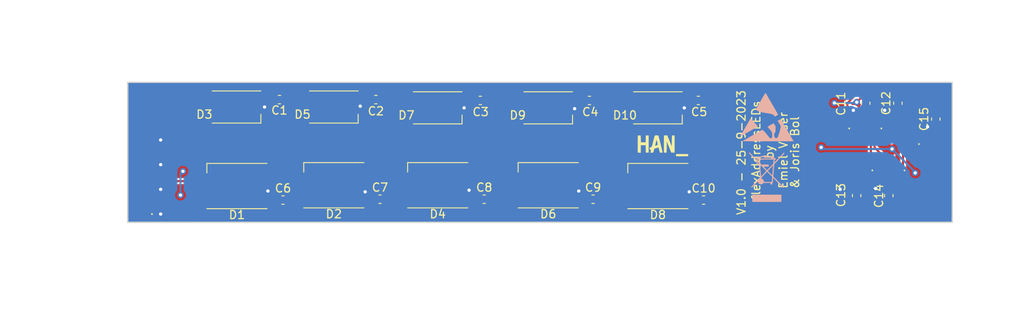
<source format=kicad_pcb>
(kicad_pcb (version 20221018) (generator pcbnew)
  (layers (0 "F.Cu" signal) (31 "B.Cu" signal) (34 "B.Paste" user) (35 "F.Paste" user) (36 "B.SilkS" user "B.Silkscreen") (37 "F.SilkS" user "F.Silkscreen") (38 "B.Mask" user) (39 "F.Mask" user) (44 "Edge.Cuts" user))
  (net 0 "")
  (net 1 "+5V")
  (net 2 "GNDD")
  (net 3 "Net-(D1-DOUT)")
  (net 4 "/OUT_LED1")
  (net 5 "Net-(D2-DOUT)")
  (net 6 "Net-(D3-DOUT)")
  (net 7 "/OUT_LED3")
  (net 8 "Net-(D4-DOUT)")
  (net 9 "Net-(D5-DOUT)")
  (net 10 "Net-(D6-DOUT)")
  (net 11 "Net-(D7-DOUT)")
  (net 13 "Net-(D10-DIN)")
  (net 15 "Net-(IC1-DOUT)")
  (net 16 "/OUT_LED2")
  (net 17 "Net-(IC2-DOUT)")
  (net 18 "Net-(IC3-DOUT)")
  (net 19 "Net-(IC4-DOUT)")
  (net 21 "/OUT_LED4")
  (net 22 "+3.3V")
  (footprint "Capacitor_SMD:C_0603_1608Metric_Pad1.08x0.95mm_HandSolder" (layer "F.Cu") (at 98 103.2)
    (fp_text reference "C4" (at 0.1 1.4) (layer "F.SilkS"))
    (fp_text value "1uf")
    (pad "1" smd roundrect (at -0.8625 0) (size 1.075 0.95) (layers "F.Cu" "F.Paste" "F.Mask") (net 1 "+5V"))
    (pad "2" smd roundrect (at 0.8625 0) (size 1.075 0.95) (layers "F.Cu" "F.Paste" "F.Mask") (net 2 "GNDD"))
  )
  (footprint "LED_SMD:LED_SK6812MINI_PLCC4_3.5x3.5mm_P1.75mm" (layer "F.Cu") (at 93 104.1)
    (fp_text reference "D9" (at -3.7 0.9) (layer "F.SilkS"))
    (fp_text value "SK6812MINI")
    (pad "1" smd rect (at -1.75 -0.875) (size 1.6 0.85) (layers "F.Cu" "F.Paste" "F.Mask") (net 13 "Net-(D10-DIN)"))
    (pad "2" smd rect (at -1.75 0.875) (size 1.6 0.85) (layers "F.Cu" "F.Paste" "F.Mask") (net 2 "GNDD"))
    (pad "3" smd rect (at 1.75 0.875) (size 1.6 0.85) (layers "F.Cu" "F.Paste" "F.Mask") (net 11 "Net-(D7-DOUT)"))
    (pad "4" smd rect (at 1.75 -0.875) (size 1.6 0.85) (layers "F.Cu" "F.Paste" "F.Mask") (net 1 "+5V"))
  )
  (footprint "LED_SMD:LED_WS2812B_PLCC4_5.0x5.0mm_P3.2mm" (layer "F.Cu") (at 67 113.5 180)
    (fp_text reference "D2" (at 0 -3.5) (layer "F.SilkS"))
    (fp_text value "WS2812B")
    (pad "1" smd rect (at -2.45 -1.65 180) (size 1.5 0.9) (layers "F.Cu" "F.Paste" "F.Mask") (net 1 "+5V"))
    (pad "2" smd rect (at -2.45 1.65 180) (size 1.5 0.9) (layers "F.Cu" "F.Paste" "F.Mask") (net 5 "Net-(D2-DOUT)"))
    (pad "3" smd rect (at 2.45 1.65 180) (size 1.5 0.9) (layers "F.Cu" "F.Paste" "F.Mask") (net 2 "GNDD"))
    (pad "4" smd rect (at 2.45 -1.65 180) (size 1.5 0.9) (layers "F.Cu" "F.Paste" "F.Mask") (net 3 "Net-(D1-DOUT)"))
  )
  (footprint "Capacitor_SMD:C_0603_1608Metric_Pad1.08x0.95mm_HandSolder" (layer "F.Cu") (at 131.5 103.5375 90)
    (fp_text reference "C11" (at -0.0625 -3 90) (layer "F.SilkS"))
    (fp_text value "1uf")
    (pad "1" smd roundrect (at -0.8625 0 90) (size 1.075 0.95) (layers "F.Cu" "F.Paste" "F.Mask") (net 1 "+5V"))
    (pad "2" smd roundrect (at 0.8625 0 90) (size 1.075 0.95) (layers "F.Cu" "F.Paste" "F.Mask") (net 2 "GNDD"))
  )
  (footprint "Capacitor_SMD:C_0603_1608Metric_Pad1.08x0.95mm_HandSolder" (layer "F.Cu") (at 134.3 114.7625 -90)
    (fp_text reference "C14" (at 0.0375 1.2 90) (layer "F.SilkS"))
    (fp_text value "1uf")
    (pad "1" smd roundrect (at -0.8625 0 270) (size 1.075 0.95) (layers "F.Cu" "F.Paste" "F.Mask") (net 1 "+5V"))
    (pad "2" smd roundrect (at 0.8625 0 270) (size 1.075 0.95) (layers "F.Cu" "F.Paste" "F.Mask") (net 2 "GNDD"))
  )
  (footprint "Capacitor_SMD:C_0603_1608Metric_Pad1.08x0.95mm_HandSolder" (layer "F.Cu") (at 135.4 103.5375 90)
    (fp_text reference "C12" (at 0 -1.43 90) (layer "F.SilkS"))
    (fp_text value "1uf")
    (pad "1" smd roundrect (at -0.8625 0 90) (size 1.075 0.95) (layers "F.Cu" "F.Paste" "F.Mask") (net 1 "+5V"))
    (pad "2" smd roundrect (at 0.8625 0 90) (size 1.075 0.95) (layers "F.Cu" "F.Paste" "F.Mask") (net 2 "GNDD"))
  )
  (footprint "LED_SMD:LED_SK6812MINI_PLCC4_3.5x3.5mm_P1.75mm" (layer "F.Cu") (at 67 104)
    (fp_text reference "D5" (at -3.8 0.9) (layer "F.SilkS"))
    (fp_text value "SK6812MINI")
    (pad "1" smd rect (at -1.75 -0.875) (size 1.6 0.85) (layers "F.Cu" "F.Paste" "F.Mask") (net 9 "Net-(D5-DOUT)"))
    (pad "2" smd rect (at -1.75 0.875) (size 1.6 0.85) (layers "F.Cu" "F.Paste" "F.Mask") (net 2 "GNDD"))
    (pad "3" smd rect (at 1.75 0.875) (size 1.6 0.85) (layers "F.Cu" "F.Paste" "F.Mask") (net 6 "Net-(D3-DOUT)"))
    (pad "4" smd rect (at 1.75 -0.875) (size 1.6 0.85) (layers "F.Cu" "F.Paste" "F.Mask") (net 1 "+5V"))
  )
  (footprint "Capacitor_SMD:C_0603_1608Metric_Pad1.08x0.95mm_HandSolder" (layer "F.Cu") (at 140 105.4625 90)
    (fp_text reference "C15" (at 0 -1.43 90) (layer "F.SilkS"))
    (fp_text value "1uf")
    (pad "1" smd roundrect (at -0.8625 0 90) (size 1.075 0.95) (layers "F.Cu" "F.Paste" "F.Mask") (net 1 "+5V"))
    (pad "2" smd roundrect (at 0.8625 0 90) (size 1.075 0.95) (layers "F.Cu" "F.Paste" "F.Mask") (net 2 "GNDD"))
  )
  (footprint "Capacitor_SMD:C_0603_1608Metric_Pad1.08x0.95mm_HandSolder" (layer "F.Cu") (at 60.8375 115.3)
    (fp_text reference "C6" (at 0 -1.43) (layer "F.SilkS"))
    (fp_text value "1uf")
    (pad "1" smd roundrect (at -0.8625 0) (size 1.075 0.95) (layers "F.Cu" "F.Paste" "F.Mask") (net 1 "+5V"))
    (pad "2" smd roundrect (at 0.8625 0) (size 1.075 0.95) (layers "F.Cu" "F.Paste" "F.Mask") (net 2 "GNDD"))
  )
  (footprint "Capacitor_SMD:C_0603_1608Metric_Pad1.08x0.95mm_HandSolder" (layer "F.Cu") (at 111.8375 115.3)
    (fp_text reference "C10" (at 0 -1.43) (layer "F.SilkS"))
    (fp_text value "1uf")
    (pad "1" smd roundrect (at -0.8625 0) (size 1.075 0.95) (layers "F.Cu" "F.Paste" "F.Mask") (net 1 "+5V"))
    (pad "2" smd roundrect (at 0.8625 0) (size 1.075 0.95) (layers "F.Cu" "F.Paste" "F.Mask") (net 2 "GNDD"))
  )
  (footprint "SamacSys_Parts:SMDLX0707RGBTR" (layer "F.Cu") (at 134.8 107.15 90)
    (fp_text reference "IC4" hide)
    (fp_text value "SMD-LX0707RGB-TR" hide)
    (pad "1" smd rect (at 0.55 -0.55 180) (size 0.7 0.7) (layers "F.Cu" "F.Paste" "F.Mask") (net 19 "Net-(IC4-DOUT)"))
    (pad "2" smd rect (at 0.55 0.55 180) (size 0.7 0.7) (layers "F.Cu" "F.Paste" "F.Mask") (net 1 "+5V"))
    (pad "3" smd rect (at -0.55 0.55 180) (size 0.7 0.7) (layers "F.Cu" "F.Paste" "F.Mask") (net 18 "Net-(IC3-DOUT)"))
    (pad "4" smd rect (at -0.55 -0.55 180) (size 0.7 0.7) (layers "F.Cu" "F.Paste" "F.Mask") (net 2 "GNDD"))
  )
  (footprint "SamacSys_Parts:SMDLX0707RGBTR" (layer "F.Cu") (at 130.9 107.15 90)
    (fp_text reference "IC2" hide)
    (fp_text value "SMD-LX0707RGB-TR" hide)
    (pad "1" smd rect (at 0.55 -0.55 180) (size 0.7 0.7) (layers "F.Cu" "F.Paste" "F.Mask") (net 17 "Net-(IC2-DOUT)"))
    (pad "2" smd rect (at 0.55 0.55 180) (size 0.7 0.7) (layers "F.Cu" "F.Paste" "F.Mask") (net 1 "+5V"))
    (pad "3" smd rect (at -0.55 0.55 180) (size 0.7 0.7) (layers "F.Cu" "F.Paste" "F.Mask") (net 15 "Net-(IC1-DOUT)"))
    (pad "4" smd rect (at -0.55 -0.55 180) (size 0.7 0.7) (layers "F.Cu" "F.Paste" "F.Mask") (net 2 "GNDD"))
  )
  (footprint "LED_SMD:LED_WS2812B_PLCC4_5.0x5.0mm_P3.2mm" (layer "F.Cu") (at 79.6 113.5 180)
    (fp_text reference "D4" (at 0 -3.5) (layer "F.SilkS"))
    (fp_text value "WS2812B")
    (pad "1" smd rect (at -2.45 -1.65 180) (size 1.5 0.9) (layers "F.Cu" "F.Paste" "F.Mask") (net 1 "+5V"))
    (pad "2" smd rect (at -2.45 1.65 180) (size 1.5 0.9) (layers "F.Cu" "F.Paste" "F.Mask") (net 8 "Net-(D4-DOUT)"))
    (pad "3" smd rect (at 2.45 1.65 180) (size 1.5 0.9) (layers "F.Cu" "F.Paste" "F.Mask") (net 2 "GNDD"))
    (pad "4" smd rect (at 2.45 -1.65 180) (size 1.5 0.9) (layers "F.Cu" "F.Paste" "F.Mask") (net 5 "Net-(D2-DOUT)"))
  )
  (footprint "Capacitor_SMD:C_0603_1608Metric_Pad1.08x0.95mm_HandSolder" (layer "F.Cu") (at 98.4375 115.2)
    (fp_text reference "C9" (at 0 -1.43) (layer "F.SilkS"))
    (fp_text value "1uf")
    (pad "1" smd roundrect (at -0.8625 0) (size 1.075 0.95) (layers "F.Cu" "F.Paste" "F.Mask") (net 1 "+5V"))
    (pad "2" smd roundrect (at 0.8625 0) (size 1.075 0.95) (layers "F.Cu" "F.Paste" "F.Mask") (net 2 "GNDD"))
  )
  (footprint "Capacitor_SMD:C_0603_1608Metric_Pad1.08x0.95mm_HandSolder" (layer "F.Cu") (at 111.2 103.2)
    (fp_text reference "C5" (at 0.1 1.4) (layer "F.SilkS"))
    (fp_text value "1uf")
    (pad "1" smd roundrect (at -0.8625 0) (size 1.075 0.95) (layers "F.Cu" "F.Paste" "F.Mask") (net 1 "+5V"))
    (pad "2" smd roundrect (at 0.8625 0) (size 1.075 0.95) (layers "F.Cu" "F.Paste" "F.Mask") (net 2 "GNDD"))
  )
  (footprint "LED_SMD:LED_SK6812MINI_PLCC4_3.5x3.5mm_P1.75mm" (layer "F.Cu") (at 55.2 104)
    (fp_text reference "D3" (at -3.9 0.9) (layer "F.SilkS"))
    (fp_text value "SK6812MINI")
    (pad "1" smd rect (at -1.75 -0.875) (size 1.6 0.85) (layers "F.Cu" "F.Paste" "F.Mask") (net 6 "Net-(D3-DOUT)"))
    (pad "2" smd rect (at -1.75 0.875) (size 1.6 0.85) (layers "F.Cu" "F.Paste" "F.Mask") (net 2 "GNDD"))
    (pad "3" smd rect (at 1.75 0.875) (size 1.6 0.85) (layers "F.Cu" "F.Paste" "F.Mask") (net 7 "/OUT_LED3"))
    (pad "4" smd rect (at 1.75 -0.875) (size 1.6 0.85) (layers "F.Cu" "F.Paste" "F.Mask") (net 1 "+5V"))
  )
  (footprint "LED_SMD:LED_WS2812B_PLCC4_5.0x5.0mm_P3.2mm" (layer "F.Cu") (at 106.3 113.6 180)
    (fp_text reference "D8" (at 0 -3.5) (layer "F.SilkS"))
    (fp_text value "WS2812B")
    (pad "1" smd rect (at -2.45 -1.65 180) (size 1.5 0.9) (layers "F.Cu" "F.Paste" "F.Mask") (net 1 "+5V"))
    (pad "2" smd rect (at -2.45 1.65 180) (size 1.5 0.9) (layers "F.Cu" "F.Paste" "F.Mask"))
    (pad "3" smd rect (at 2.45 1.65 180) (size 1.5 0.9) (layers "F.Cu" "F.Paste" "F.Mask") (net 2 "GNDD"))
    (pad "4" smd rect (at 2.45 -1.65 180) (size 1.5 0.9) (layers "F.Cu" "F.Paste" "F.Mask") (net 10 "Net-(D6-DOUT)"))
  )
  (footprint "LED_SMD:LED_WS2812B_PLCC4_5.0x5.0mm_P3.2mm" (layer "F.Cu") (at 93 113.5 180)
    (fp_text reference "D6" (at 0 -3.5) (layer "F.SilkS"))
    (fp_text value "WS2812B")
    (pad "1" smd rect (at -2.45 -1.65 180) (size 1.5 0.9) (layers "F.Cu" "F.Paste" "F.Mask") (net 1 "+5V"))
    (pad "2" smd rect (at -2.45 1.65 180) (size 1.5 0.9) (layers "F.Cu" "F.Paste" "F.Mask") (net 10 "Net-(D6-DOUT)"))
    (pad "3" smd rect (at 2.45 1.65 180) (size 1.5 0.9) (layers "F.Cu" "F.Paste" "F.Mask") (net 2 "GNDD"))
    (pad "4" smd rect (at 2.45 -1.65 180) (size 1.5 0.9) (layers "F.Cu" "F.Paste" "F.Mask") (net 8 "Net-(D4-DOUT)"))
  )
  (footprint "Capacitor_SMD:C_0603_1608Metric_Pad1.08x0.95mm_HandSolder" (layer "F.Cu") (at 85.2375 115.2)
    (fp_text reference "C8" (at 0 -1.43) (layer "F.SilkS"))
    (fp_text value "1uf")
    (pad "1" smd roundrect (at -0.8625 0) (size 1.075 0.95) (layers "F.Cu" "F.Paste" "F.Mask") (net 1 "+5V"))
    (pad "2" smd roundrect (at 0.8625 0) (size 1.075 0.95) (layers "F.Cu" "F.Paste" "F.Mask") (net 2 "GNDD"))
  )
  (footprint "User:HAN_logo" (layer "F.Cu") (at 106.9 108.7)
    (fp_text reference "G***")
    (fp_text value "LOGO" hide)
  )
  (footprint "User:Conn_1x16_FFC" (layer "F.Cu") (at 39.3 107.505 90)
    (fp_text reference "J1" hide)
    (fp_text value "Conn_01x16_Pin" hide)
    (fp_line (start -10.495 2.7) (end 6.5 2.7) (stroke (width 0.12)) (layer "Edge.Cuts"))
    (fp_line (start -10.495 10.8) (end -10.495 2.7) (stroke (width 0.12)) (layer "Edge.Cuts"))
    (fp_line (start 6.5 2.7) (end 6.5 10.8) (stroke (width 0.12)) (layer "Edge.Cuts"))
    (pad "1" smd rect (at -9.495 4 90) (size 0.6 2.396) (layers "F.Cu" "F.Paste" "F.Mask") (net 1 "+5V"))
    (pad "2" smd rect (at -8.495 4 90) (size 0.6 2.396) (layers "F.Cu" "F.Paste" "F.Mask") (net 16 "/OUT_LED2"))
    (pad "3" smd rect (at -7.495 4 90) (size 0.6 2.396) (layers "F.Cu" "F.Paste" "F.Mask") (net 2 "GNDD"))
    (pad "4" smd rect (at -6.495 4 90) (size 0.6 2.396) (layers "F.Cu" "F.Paste" "F.Mask") (net 1 "+5V"))
    (pad "5" smd rect (at -5.495 4 90) (size 0.6 2.396) (layers "F.Cu" "F.Paste" "F.Mask") (net 4 "/OUT_LED1"))
    (pad "6" smd rect (at -4.495 4 90) (size 0.6 2.396) (layers "F.Cu" "F.Paste" "F.Mask") (net 2 "GNDD"))
    (pad "7" smd rect (at -3.5 4 90) (size 0.61 2.396) (layers "F.Cu" "F.Paste" "F.Mask") (net 1 "+5V"))
    (pad "8" smd rect (at -2.495 4 90) (size 0.6 2.396) (layers "F.Cu" "F.Paste" "F.Mask") (net 7 "/OUT_LED3"))
    (pad "9" smd rect (at -1.495 4 90) (size 0.6 2.396) (layers "F.Cu" "F.Paste" "F.Mask") (net 2 "GNDD"))
    (pad "10" smd rect (at -0.495 4 90) (size 0.6 2.396) (layers "F.Cu" "F.Paste" "F.Mask") (net 1 "+5V"))
    (pad "11" smd rect (at 0.505 4 90) (size 0.6 2.396) (layers "F.Cu" "F.Paste" "F.Mask") (net 21 "/OUT_LED4"))
    (pad "12" smd rect (at 1.505 4 90) (size 0.6 2.396) (layers "F.Cu" "F.Paste" "F.Mask") (net 2 "GNDD"))
    (pad "13" smd rect (at 2.505 4 90) (size 0.6 2.396) (layers "F.Cu" "F.Paste" "F.Mask") (net 22 "+3.3V"))
    (pad "14" smd rect (at 3.505 4 90) (size 0.6 2.396) (layers "F.Cu" "F.Paste" "F.Mask") (net 22 "+3.3V"))
    (pad "15" smd rect (at 4.505 4 90) (size 0.6 2.396) (layers "F.Cu" "F.Paste" "F.Mask") (net 2 "GNDD"))
    (pad "16" smd rect (at 5.505 4 90) (size 0.6 2.396) (layers "F.Cu" "F.Paste" "F.Mask") (net 2 "GNDD"))
  )
  (footprint "Capacitor_SMD:C_0603_1608Metric_Pad1.08x0.95mm_HandSolder" (layer "F.Cu") (at 130.4 114.7625 -90)
    (fp_text reference "C13" (at -0.0625 1.9 90) (layer "F.SilkS"))
    (fp_text value "1uf")
    (pad "1" smd roundrect (at -0.8625 0 270) (size 1.075 0.95) (layers "F.Cu" "F.Paste" "F.Mask") (net 1 "+5V"))
    (pad "2" smd roundrect (at 0.8625 0 270) (size 1.075 0.95) (layers "F.Cu" "F.Paste" "F.Mask") (net 2 "GNDD"))
  )
  (footprint "Capacitor_SMD:C_0603_1608Metric_Pad1.08x0.95mm_HandSolder" (layer "F.Cu") (at 72.6 115.2)
    (fp_text reference "C7" (at 0 -1.43) (layer "F.SilkS"))
    (fp_text value "1uf")
    (pad "1" smd roundrect (at -0.8625 0) (size 1.075 0.95) (layers "F.Cu" "F.Paste" "F.Mask") (net 1 "+5V"))
    (pad "2" smd roundrect (at 0.8625 0) (size 1.075 0.95) (layers "F.Cu" "F.Paste" "F.Mask") (net 2 "GNDD"))
  )
  (footprint "LED_SMD:LED_WS2812B_PLCC4_5.0x5.0mm_P3.2mm" (layer "F.Cu") (at 55.25 113.6 180)
    (fp_text reference "D1" (at 0 -3.5) (layer "F.SilkS"))
    (fp_text value "WS2812B")
    (pad "1" smd rect (at -2.45 -1.65 180) (size 1.5 0.9) (layers "F.Cu" "F.Paste" "F.Mask") (net 1 "+5V"))
    (pad "2" smd rect (at -2.45 1.65 180) (size 1.5 0.9) (layers "F.Cu" "F.Paste" "F.Mask") (net 3 "Net-(D1-DOUT)"))
    (pad "3" smd rect (at 2.45 1.65 180) (size 1.5 0.9) (layers "F.Cu" "F.Paste" "F.Mask") (net 2 "GNDD"))
    (pad "4" smd rect (at 2.45 -1.65 180) (size 1.5 0.9) (layers "F.Cu" "F.Paste" "F.Mask") (net 4 "/OUT_LED1"))
  )
  (footprint "Capacitor_SMD:C_0603_1608Metric_Pad1.08x0.95mm_HandSolder" (layer "F.Cu") (at 60.4 103.1)
    (fp_text reference "C1" (at 0 1.3) (layer "F.SilkS"))
    (fp_text value "1uf")
    (pad "1" smd roundrect (at -0.8625 0) (size 1.075 0.95) (layers "F.Cu" "F.Paste" "F.Mask") (net 1 "+5V"))
    (pad "2" smd roundrect (at 0.8625 0) (size 1.075 0.95) (layers "F.Cu" "F.Paste" "F.Mask") (net 2 "GNDD"))
  )
  (footprint "LED_SMD:LED_SK6812MINI_PLCC4_3.5x3.5mm_P1.75mm" (layer "F.Cu") (at 79.6 104.1)
    (fp_text reference "D7" (at -3.8 0.9) (layer "F.SilkS"))
    (fp_text value "SK6812MINI")
    (pad "1" smd rect (at -1.75 -0.875) (size 1.6 0.85) (layers "F.Cu" "F.Paste" "F.Mask") (net 11 "Net-(D7-DOUT)"))
    (pad "2" smd rect (at -1.75 0.875) (size 1.6 0.85) (layers "F.Cu" "F.Paste" "F.Mask") (net 2 "GNDD"))
    (pad "3" smd rect (at 1.75 0.875) (size 1.6 0.85) (layers "F.Cu" "F.Paste" "F.Mask") (net 9 "Net-(D5-DOUT)"))
    (pad "4" smd rect (at 1.75 -0.875) (size 1.6 0.85) (layers "F.Cu" "F.Paste" "F.Mask") (net 1 "+5V"))
  )
  (footprint "SamacSys_Parts:SMDLX0707RGBTR" (layer "F.Cu") (at 134.8 111.15 -90)
    (fp_text reference "IC3" hide)
    (fp_text value "SMD-LX0707RGB-TR" hide)
    (pad "1" smd rect (at 0.55 -0.55) (size 0.7 0.7) (layers "F.Cu" "F.Paste" "F.Mask") (net 18 "Net-(IC3-DOUT)"))
    (pad "2" smd rect (at 0.55 0.55) (size 0.7 0.7) (layers "F.Cu" "F.Paste" "F.Mask") (net 1 "+5V"))
    (pad "3" smd rect (at -0.55 0.55) (size 0.7 0.7) (layers "F.Cu" "F.Paste" "F.Mask") (net 17 "Net-(IC2-DOUT)"))
    (pad "4" smd rect (at -0.55 -0.55) (size 0.7 0.7) (layers "F.Cu" "F.Paste" "F.Mask") (net 2 "GNDD"))
  )
  (footprint "SamacSys_Parts:SMDLX0707RGBTR" (layer "F.Cu") (at 130.9 111.15 -90)
    (fp_text reference "IC1" hide)
    (fp_text value "SMD-LX0707RGB-TR" hide)
    (pad "1" smd rect (at 0.55 -0.55) (size 0.7 0.7) (layers "F.Cu" "F.Paste" "F.Mask") (net 15 "Net-(IC1-DOUT)"))
    (pad "2" smd rect (at 0.55 0.55) (size 0.7 0.7) (layers "F.Cu" "F.Paste" "F.Mask") (net 1 "+5V"))
    (pad "3" smd rect (at -0.55 0.55) (size 0.7 0.7) (layers "F.Cu" "F.Paste" "F.Mask") (net 16 "/OUT_LED2"))
    (pad "4" smd rect (at -0.55 -0.55) (size 0.7 0.7) (layers "F.Cu" "F.Paste" "F.Mask") (net 2 "GNDD"))
  )
  (footprint "Capacitor_SMD:C_0603_1608Metric_Pad1.08x0.95mm_HandSolder" (layer "F.Cu") (at 72.1 103.1)
    (fp_text reference "C2" (at 0 1.4) (layer "F.SilkS"))
    (fp_text value "1uf")
    (pad "1" smd roundrect (at -0.8625 0) (size 1.075 0.95) (layers "F.Cu" "F.Paste" "F.Mask") (net 1 "+5V"))
    (pad "2" smd roundrect (at 0.8625 0) (size 1.075 0.95) (layers "F.Cu" "F.Paste" "F.Mask") (net 2 "GNDD"))
  )
  (footprint "Capacitor_SMD:C_0603_1608Metric_Pad1.08x0.95mm_HandSolder" (layer "F.Cu") (at 84.7625 103.2)
    (fp_text reference "C3" (at 0.0375 1.4) (layer "F.SilkS"))
    (fp_text value "1uf")
    (pad "1" smd roundrect (at -0.8625 0) (size 1.075 0.95) (layers "F.Cu" "F.Paste" "F.Mask") (net 1 "+5V"))
    (pad "2" smd roundrect (at 0.8625 0) (size 1.075 0.95) (layers "F.Cu" "F.Paste" "F.Mask") (net 2 "GNDD"))
  )
  (footprint "LED_SMD:LED_SK6812MINI_PLCC4_3.5x3.5mm_P1.75mm" (layer "F.Cu") (at 106.3 104.1)
    (fp_text reference "D10" (at -4 0.9) (layer "F.SilkS"))
    (fp_text value "SK6812MINI")
    (pad "1" smd rect (at -1.75 -0.875) (size 1.6 0.85) (layers "F.Cu" "F.Paste" "F.Mask"))
    (pad "2" smd rect (at -1.75 0.875) (size 1.6 0.85) (layers "F.Cu" "F.Paste" "F.Mask") (net 2 "GNDD"))
    (pad "3" smd rect (at 1.75 0.875) (size 1.6 0.85) (layers "F.Cu" "F.Paste" "F.Mask") (net 13 "Net-(D10-DIN)"))
    (pad "4" smd rect (at 1.75 -0.875) (size 1.6 0.85) (layers "F.Cu" "F.Paste" "F.Mask") (net 1 "+5V"))
  )
  (footprint "SamacSys_Parts:SMDLX0707RGBTR" (layer "F.Cu") (at 139.35 109.05 90)
    (fp_text reference "IC5" hide)
    (fp_text value "SMD-LX0707RGB-TR" hide)
    (pad "1" smd rect (at 0.55 -0.55 180) (size 0.7 0.7) (layers "F.Cu" "F.Paste" "F.Mask"))
    (pad "2" smd rect (at 0.55 0.55 180) (size 0.7 0.7) (layers "F.Cu" "F.Paste" "F.Mask") (net 1 "+5V"))
    (pad "3" smd rect (at -0.55 0.55 180) (size 0.7 0.7) (layers "F.Cu" "F.Paste" "F.Mask") (net 19 "Net-(IC4-DOUT)"))
    (pad "4" smd rect (at -0.55 -0.55 180) (size 0.7 0.7) (layers "F.Cu" "F.Paste" "F.Mask") (net 2 "GNDD"))
  )
  (footprint "Symbol:ESD-Logo_6.6x6mm_SilkScreen" (layer "B.Cu") (at 119.5 105.2 180)
    (fp_text reference "REF**" hide)
    (fp_text value "ESD-Logo_6.6x6mm_SilkScreen" hide)
  )
  (footprint "Symbol:WEEE-Logo_4.2x6mm_SilkScreen" (layer "B.Cu") (at 119.5 112.5 180)
    (fp_text reference "REF**" hide)
    (fp_text value "WEEE-Logo_4.2x6mm_SilkScreen" hide)
  )
  (gr_rect (start 42 101) (end 142 118) (stroke (width 0.15)) (fill none) (layer "Edge.Cuts"))
  (gr_text "Emiel Visser" (at 122.1 114 90) (layer "F.SilkS") (effects (font (size 1 1)) (justify left bottom)))
  (gr_text "V1.0 - 25-9-2023" (at 117 117.2 90) (layer "F.SilkS") (effects (font (size 1 1)) (justify left bottom)))
  (gr_text "& Joris Bol" (at 123.5 114 90) (layer "F.SilkS") (effects (font (size 1 1)) (justify left bottom)))
  (gr_text "flexAddressLEDs" (at 118.8 115.4 90) (layer "F.SilkS") (effects (font (size 1 1)) (justify left bottom)))
  (gr_text "by" (at 120.4 110.4 90) (layer "F.SilkS") (effects (font (size 1 1)) (justify left bottom)))
  (segment (start 59.975 115.175) (end 59 114.2) (width 0.25) (layer "F.Cu") (net 1))
  (segment (start 94.75 103.225) (end 97.1125 103.225) (width 0.25) (layer "F.Cu") (net 1))
  (segment (start 84.375 115.2) (end 84.375 115.075) (width 0.25) (layer "F.Cu") (net 1))
  (segment (start 59.975 115.3) (end 59.975 115.175) (width 0.25) (layer "F.Cu") (net 1))
  (segment (start 110.975 115.3) (end 110.975 115.175) (width 0.25) (layer "F.Cu") (net 1))
  (segment (start 130.4 113.9) (end 130.4 111.75) (width 0.25) (layer "F.Cu") (net 1))
  (segment (start 59.5 103.1) (end 58.6 104) (width 0.25) (layer "F.Cu") (net 1))
  (segment (start 140 108.4) (end 139.9 108.5) (width 0.25) (layer "F.Cu") (net 1))
  (segment (start 81.35 103.225) (end 83.875 103.225) (width 0.25) (layer "F.Cu") (net 1))
  (segment (start 57.7 115.25) (end 59.925 115.25) (width 0.25) (layer "F.Cu") (net 1))
  (segment (start 56.95 103.125) (end 59.5125 103.125) (width 0.25) (layer "F.Cu") (net 1))
  (segment (start 97.575 115.2) (end 97.575 115.075) (width 0.25) (layer "F.Cu") (net 1))
  (segment (start 59.5375 103.1) (end 59.5 103.1) (width 0.25) (layer "F.Cu") (net 1))
  (segment (start 97.1375 103.2625) (end 96.2 104.2) (width 0.25) (layer "F.Cu") (net 1))
  (segment (start 84.325 115.15) (end 84.375 115.2) (width 0.25) (layer "F.Cu") (net 1))
  (segment (start 110.3375 103.2) (end 110.3375 103.2625) (width 0.25) (layer "F.Cu") (net 1))
  (segment (start 59.5125 103.125) (end 59.5375 103.1) (width 0.25) (layer "F.Cu") (net 1))
  (segment (start 84.375 115.075) (end 83.4 114.1) (width 0.25) (layer "F.Cu") (net 1))
  (segment (start 139.075 106.325) (end 139 106.4) (width 0.25) (layer "F.Cu") (net 1))
  (segment (start 110.3125 103.225) (end 110.3375 103.2) (width 0.25) (layer "F.Cu") (net 1))
  (segment (start 71.7375 115.2) (end 71.7 115.2) (width 0.25) (layer "F.Cu") (net 1))
  (segment (start 71.2125 103.125) (end 71.2375 103.1) (width 0.25) (layer "F.Cu") (net 1))
  (segment (start 43.323 116.9975) (end 45.9975 116.9975) (width 0.25) (layer "F.Cu") (net 1))
  (segment (start 131.5 106.55) (end 131.45 106.6) (width 0.25) (layer "F.Cu") (net 1))
  (segment (start 131.5 104.4) (end 131.5 106.55) (width 0.25) (layer "F.Cu") (net 1))
  (segment (start 108.05 103.225) (end 110.3125 103.225) (width 0.25) (layer "F.Cu") (net 1))
  (segment (start 135.4 104.4) (end 135.4 106.55) (width 0.25) (layer "F.Cu") (net 1))
  (segment (start 134.3 111.75) (end 134.25 111.7) (width 0.25) (layer "F.Cu") (net 1))
  (segment (start 71 103.1) (end 70.2 103.9) (width 0.25) (layer "F.Cu") (net 1))
  (segment (start 134.3 113.9) (end 132.7 113.9) (width 0.25) (layer "F.Cu") (net 1))
  (segment (start 97.525 115.15) (end 97.575 115.2) (width 0.25) (layer "F.Cu") (net 1))
  (segment (start 135.4 104.4) (end 133.8 104.4) (width 0.25) (layer "F.Cu") (net 1))
  (segment (start 97.1375 103.2) (end 97.1375 103.2625) (width 0.25) (layer "F.Cu") (net 1))
  (segment (start 43.323 111.0025) (end 43.3025 111.0025) (width 0.25) (layer "F.Cu") (net 1))
  (segment (start 130.4 113.9) (end 128.5 113.9) (width 0.25) (layer "F.Cu") (net 1))
  (segment (start 108.75 115.25) (end 110.925 115.25) (width 0.25) (layer "F.Cu") (net 1))
  (segment (start 83.875 103.225) (end 83.9 103.2) (width 0.25) (layer "F.Cu") (net 1))
  (segment (start 43.3 111) (end 46 111) (width 0.25) (layer "F.Cu") (net 1))
  (segment (start 68.75 103.125) (end 71.2125 103.125) (width 0.25) (layer "F.Cu") (net 1))
  (segment (start 43.323 113.9975) (end 45.9975 113.9975) (width 0.25) (layer "F.Cu") (net 1))
  (segment (start 43.3025 111.0025) (end 43.3 111) (width 0.25) (layer "F.Cu") (net 1))
  (segment (start 71.2375 103.1) (end 71 103.1) (width 0.25) (layer "F.Cu") (net 1))
  (segment (start 45.9975 116.9975) (end 46 117) (width 0.25) (layer "F.Cu") (net 1))
  (segment (start 140 106.325) (end 139.075 106.325) (width 0.25) (layer "F.Cu") (net 1))
  (segment (start 45.9975 113.9975) (end 46 114) (width 0.25) (layer "F.Cu") (net 1))
  (segment (start 110.925 115.25) (end 110.975 115.3) (width 0.25) (layer "F.Cu") (net 1))
  (segment (start 59.925 115.25) (end 59.975 115.3) (width 0.25) (layer "F.Cu") (net 1))
  (segment (start 69.45 115.15) (end 71.6875 115.15) (width 0.25) (layer "F.Cu") (net 1))
  (segment (start 83.7 103.2) (end 82.8 104.1) (width 0.25) (layer "F.Cu") (net 1))
  (segment (start 135.4 106.55) (end 135.35 106.6) (width 0.25) (layer "F.Cu") (net 1))
  (segment (start 130.4 111.75) (end 130.35 111.7) (width 0.25) (layer "F.Cu") (net 1))
  (segment (start 95.45 115.15) (end 97.525 115.15) (width 0.25) (layer "F.Cu") (net 1))
  (segment (start 71.6875 115.15) (end 71.7375 115.2) (width 0.25) (layer "F.Cu") (net 1))
  (segment (start 71.7 115.2) (end 70.8 114.3) (width 0.25) (layer "F.Cu") (net 1))
  (segment (start 97.575 115.075) (end 96.7 114.2) (width 0.25) (layer "F.Cu") (net 1))
  (segment (start 134.3 113.9) (end 134.3 111.75) (width 0.25) (layer "F.Cu") (net 1))
  (segment (start 83.9 103.2) (end 83.7 103.2) (width 0.25) (layer "F.Cu") (net 1))
  (segment (start 131.5 104.4) (end 130 104.4) (width 0.25) (layer "F.Cu") (net 1))
  (segment (start 43.323 107.9975) (end 45.9975 107.9975) (width 0.25) (layer "F.Cu") (net 1))
  (segment (start 82.05 115.15) (end 84.325 115.15) (width 0.25) (layer "F.Cu") (net 1))
  (segment (start 140 106.325) (end 140 108.4) (width 0.25) (layer "F.Cu") (net 1))
  (segment (start 128.5 113.9) (end 128.4 114) (width 0.25) (layer "F.Cu") (net 1))
  (segment (start 97.1125 103.225) (end 97.1375 103.2) (width 0.25) (layer "F.Cu") (net 1))
  (segment (start 110.3375 103.2625) (end 109.5 104.1) (width 0.25) (layer "F.Cu") (net 1))
  (segment (start 110.975 115.175) (end 110.1 114.3) (width 0.25) (layer "F.Cu") (net 1))
  (segment (start 45.9975 107.9975) (end 46 108) (width 0.25) (layer "F.Cu") (net 1))
  (via (at 46 117) (size 0.8) (drill 0.4) (layers "F.Cu" "B.Cu") (net 1))
  (via (at 83.4 114.1) (size 0.8) (drill 0.4) (layers "F.Cu" "B.Cu") (net 1))
  (via (at 139 106.4) (size 0.8) (drill 0.4) (layers "F.Cu" "B.Cu") (net 1))
  (via (at 130 104.4) (size 0.8) (drill 0.4) (layers "F.Cu" "B.Cu") (net 1))
  (via (at 58.6 104) (size 0.8) (drill 0.4) (layers "F.Cu" "B.Cu") (net 1))
  (via (at 70.8 114.3) (size 0.8) (drill 0.4) (layers "F.Cu" "B.Cu") (net 1))
  (via (at 82.8 104.1) (size 0.8) (drill 0.4) (layers "F.Cu" "B.Cu") (net 1))
  (via (at 59 114.2) (size 0.8) (drill 0.4) (layers "F.Cu" "B.Cu") (net 1))
  (via (at 46 114) (size 0.8) (drill 0.4) (layers "F.Cu" "B.Cu") (net 1))
  (via (at 70.2 103.9) (size 0.8) (drill 0.4) (layers "F.Cu" "B.Cu") (net 1))
  (via (at 46 111) (size 0.8) (drill 0.4) (layers "F.Cu" "B.Cu") (net 1))
  (via (at 109.5 104.1) (size 0.8) (drill 0.4) (layers "F.Cu" "B.Cu") (net 1))
  (via (at 128.4 114) (size 0.8) (drill 0.4) (layers "F.Cu" "B.Cu") (net 1))
  (via (at 96.7 114.2) (size 0.8) (drill 0.4) (layers "F.Cu" "B.Cu") (net 1))
  (via (at 46 108) (size 0.8) (drill 0.4) (layers "F.Cu" "B.Cu") (net 1))
  (via (at 110.1 114.3) (size 0.8) (drill 0.4) (layers "F.Cu" "B.Cu") (net 1))
  (via (at 132.7 113.9) (size 0.8) (drill 0.4) (layers "F.Cu" "B.Cu") (net 1))
  (via (at 133.8 104.4) (size 0.8) (drill 0.4) (layers "F.Cu" "B.Cu") (net 1))
  (via (at 96.2 104.2) (size 0.8) (drill 0.4) (layers "F.Cu" "B.Cu") (net 1))
  (segment (start 135.4 102.675) (end 136.3 103.575) (width 0.25) (layer "F.Cu") (net 2))
  (segment (start 138.2 109.6) (end 137.8 109.2) (width 0.25) (layer "F.Cu") (net 2))
  (segment (start 131.45 110.6) (end 131.45 110.25) (width 0.25) (layer "F.Cu") (net 2))
  (segment (start 131.45 110.25) (end 130.4 109.2) (width 0.25) (layer "F.Cu") (net 2))
  (segment (start 136.3 103.575) (end 136.3 105.6) (width 0.25) (layer "F.Cu") (net 2))
  (segment (start 137.8 109.2) (end 137.8 108.5) (width 0.25) (layer "F.Cu") (net 2))
  (segment (start 131.5 102.675) (end 131.149598 102.675) (width 0.25) (layer "F.Cu") (net 2))
  (segment (start 138.8 109.6) (end 138.2 109.6) (width 0.25) (layer "F.Cu") (net 2))
  (segment (start 135.35 109.75) (end 134.7 109.1) (width 0.25) (layer "F.Cu") (net 2))
  (segment (start 131.149598 102.675) (end 130.412299 103.412299) (width 0.25) (layer "F.Cu") (net 2))
  (segment (start 135.35 110.6) (end 135.35 109.75) (width 0.25) (layer "F.Cu") (net 2))
  (via (at 137.5 112) (size 0.8) (drill 0.4) (layers "F.Cu" "B.Cu") (net 2))
  (via (at 134.7 109.1) (size 0.8) (drill 0.4) (layers "F.Cu" "B.Cu") (net 2))
  (via (at 48.7 111.8) (size 0.8) (drill 0.4) (layers "F.Cu" "B.Cu") (net 2))
  (via (at 127.7 103.5) (size 0.8) (drill 0.4) (layers "F.Cu" "B.Cu") (net 2))
  (via (at 48.4 114.7) (size 0.8) (drill 0.4) (layers "F.Cu" "B.Cu") (net 2))
  (via (at 130.412299 103.412299) (size 0.8) (drill 0.4) (layers "F.Cu" "B.Cu") (net 2))
  (via (at 126.1 108.9) (size 0.8) (drill 0.4) (layers "F.Cu" "B.Cu") (net 2))
  (segment (start 48.4 114.7) (end 48.4 112.1) (width 0.25) (layer "B.Cu") (net 2))
  (segment (start 134.7 109.1) (end 126.3 109.1) (width 0.25) (layer "B.Cu") (net 2))
  (segment (start 134.7 109.1) (end 137.5 111.9) (width 0.25) (layer "B.Cu") (net 2))
  (segment (start 137.5 111.9) (end 137.5 112) (width 0.25) (layer "B.Cu") (net 2))
  (segment (start 130.412299 103.412299) (end 130.324598 103.5) (width 0.25) (layer "B.Cu") (net 2))
  (segment (start 134.7 109.2) (end 134.7 109.1) (width 0.25) (layer "B.Cu") (net 2))
  (segment (start 126.3 109.1) (end 126.1 108.9) (width 0.25) (layer "B.Cu") (net 2))
  (segment (start 48.4 112.1) (end 48.7 111.8) (width 0.25) (layer "B.Cu") (net 2))
  (segment (start 130.324598 103.5) (end 127.7 103.5) (width 0.25) (layer "B.Cu") (net 2))
  (segment (start 61.35 111.95) (end 64.55 115.15) (width 0.25) (layer "F.Cu") (net 3))
  (segment (start 57.7 111.95) (end 61.35 111.95) (width 0.25) (layer "F.Cu") (net 3))
  (segment (start 50.5475 112.9975) (end 52.8 115.25) (width 0.25) (layer "F.Cu") (net 4))
  (segment (start 43.323 112.9975) (end 50.5475 112.9975) (width 0.25) (layer "F.Cu") (net 4))
  (segment (start 73.85 111.85) (end 77.15 115.15) (width 0.25) (layer "F.Cu") (net 5))
  (segment (start 69.45 111.85) (end 73.85 111.85) (width 0.25) (layer "F.Cu") (net 5))
  (segment (start 53.45 103.125) (end 54.275 102.3) (width 0.25) (layer "F.Cu") (net 6))
  (segment (start 66.175 102.3) (end 68.75 104.875) (width 0.25) (layer "F.Cu") (net 6))
  (segment (start 54.275 102.3) (end 66.175 102.3) (width 0.25) (layer "F.Cu") (net 6))
  (segment (start 51.8275 109.9975) (end 56.95 104.875) (width 0.25) (layer "F.Cu") (net 7))
  (segment (start 43.323 109.9975) (end 51.8275 109.9975) (width 0.25) (layer "F.Cu") (net 7))
  (segment (start 87.25 111.85) (end 90.55 115.15) (width 0.25) (layer "F.Cu") (net 8))
  (segment (start 82.05 111.85) (end 87.25 111.85) (width 0.25) (layer "F.Cu") (net 8))
  (segment (start 67.85 105.725) (end 80.6 105.725) (width 0.25) (layer "F.Cu") (net 9))
  (segment (start 80.6 105.725) (end 81.35 104.975) (width 0.25) (layer "F.Cu") (net 9))
  (segment (start 65.25 103.125) (end 67.85 105.725) (width 0.25) (layer "F.Cu") (net 9))
  (segment (start 95.45 111.85) (end 100.45 111.85) (width 0.25) (layer "F.Cu") (net 10))
  (segment (start 100.45 111.85) (end 103.85 115.25) (width 0.25) (layer "F.Cu") (net 10))
  (segment (start 77.85 103.225) (end 78.675 102.4) (width 0.25) (layer "F.Cu") (net 11))
  (segment (start 94 104.225) (end 94.75 104.975) (width 0.25) (layer "F.Cu") (net 11))
  (segment (start 90.375 104.225) (end 94 104.225) (width 0.25) (layer "F.Cu") (net 11))
  (segment (start 78.675 102.4) (end 88.55 102.4) (width 0.25) (layer "F.Cu") (net 11))
  (segment (start 88.55 102.4) (end 90.375 104.225) (width 0.25) (layer "F.Cu") (net 11))
  (segment (start 105.475 102.4) (end 108.05 104.975) (width 0.25) (layer "F.Cu") (net 13))
  (segment (start 92.075 102.4) (end 105.475 102.4) (width 0.25) (layer "F.Cu") (net 13))
  (segment (start 91.25 103.225) (end 92.075 102.4) (width 0.25) (layer "F.Cu") (net 13))
  (segment (start 131.45 111.7) (end 132.05 111.7) (width 0.25) (layer "F.Cu") (net 15))
  (segment (start 132.125 111.625) (end 132.125 108.375) (width 0.25) (layer "F.Cu") (net 15))
  (segment (start 132.125 108.375) (end 131.45 107.7) (width 0.25) (layer "F.Cu") (net 15))
  (segment (start 132.05 111.7) (end 132.125 111.625) (width 0.25) (layer "F.Cu") (net 15))
  (segment (start 43.323 115.9975) (end 43.4255 116.1) (width 0.25) (layer "F.Cu") (net 16))
  (segment (start 129.9 110.6) (end 130.35 110.6) (width 0.25) (layer "F.Cu") (net 16))
  (segment (start 124.4 116.1) (end 129.9 110.6) (width 0.25) (layer "F.Cu") (net 16))
  (segment (start 43.4255 116.1) (end 124.4 116.1) (width 0.25) (layer "F.Cu") (net 16))
  (segment (start 132.0125 101.8125) (end 132.5 102.3) (width 0.25) (layer "F.Cu") (net 17))
  (segment (start 132.5 108.113604) (end 132.575 108.188604) (width 0.25) (layer "F.Cu") (net 17))
  (segment (start 132.575 108.925) (end 134.25 110.6) (width 0.25) (layer "F.Cu") (net 17))
  (segment (start 132.5 102.3) (end 132.5 108.113604) (width 0.25) (layer "F.Cu") (net 17))
  (segment (start 130.9875 101.8125) (end 132.0125 101.8125) (width 0.25) (layer "F.Cu") (net 17))
  (segment (start 130.35 106.6) (end 129.275 105.525) (width 0.25) (layer "F.Cu") (net 17))
  (segment (start 129.275 103.525) (end 130.9875 101.8125) (width 0.25) (layer "F.Cu") (net 17))
  (segment (start 132.575 108.188604) (end 132.575 108.925) (width 0.25) (layer "F.Cu") (net 17))
  (segment (start 129.275 105.525) (end 129.275 103.525) (width 0.25) (layer "F.Cu") (net 17))
  (segment (start 136.025 108.375) (end 135.35 107.7) (width 0.25) (layer "F.Cu") (net 18))
  (segment (start 135.95 111.7) (end 136.025 111.625) (width 0.25) (layer "F.Cu") (net 18))
  (segment (start 136.025 111.625) (end 136.025 108.375) (width 0.25) (layer "F.Cu") (net 18))
  (segment (start 135.35 111.7) (end 135.95 111.7) (width 0.25) (layer "F.Cu") (net 18))
  (segment (start 137.075 109.975) (end 137.075 102.975) (width 0.25) (layer "F.Cu") (net 19))
  (segment (start 133.075 105.425) (end 134.25 106.6) (width 0.25) (layer "F.Cu") (net 19))
  (segment (start 137.475 110.375) (end 137.075 109.975) (width 0.25) (layer "F.Cu") (net 19))
  (segment (start 133.075 103.625) (end 133.075 105.425) (width 0.25) (layer "F.Cu") (net 19))
  (segment (start 134.8875 101.8125) (end 133.075 103.625) (width 0.25) (layer "F.Cu") (net 19))
  (segment (start 135.9125 101.8125) (end 134.8875 101.8125) (width 0.25) (layer "F.Cu") (net 19))
  (segment (start 139.9 110.2) (end 139.725 110.375) (width 0.25) (layer "F.Cu") (net 19))
  (segment (start 137.075 102.975) (end 135.9125 101.8125) (width 0.25) (layer "F.Cu") (net 19))
  (segment (start 134.25 106.6) (end 134.3 106.6) (width 0.25) (layer "F.Cu") (net 19))
  (segment (start 139.9 109.6) (end 139.9 110.2) (width 0.25) (layer "F.Cu") (net 19))
  (segment (start 139.725 110.375) (end 137.475 110.375) (width 0.25) (layer "F.Cu") (net 19))
  (segment (start 43.323 103.9975) (end 43.323 104.9975) (width 0.25) (layer "F.Cu") (net 22))
  (zone (net 2) (net_name "GNDD") (layer "F.Cu") (connect_pads (clearance 0.25)) (min_thickness 0.25) (fill yes (thermal_gap 0.5) (thermal_bridge_width 0.5))
    (polygon (pts (xy 34 91.4) (xy 33.3 129.3) (xy 150.7 124.6) (xy 145.8 91)))
  )
  (zone (net 1) (net_name "+5V") (layer "B.Cu") (priority 1) (connect_pads (clearance 0.25)) (min_thickness 0.25) (fill yes (thermal_gap 0.5) (thermal_bridge_width 0.5))
    (polygon (pts (xy 34 91.4) (xy 33.3 129.3) (xy 150.7 124.6) (xy 145.8 91)))
  )
)
</source>
